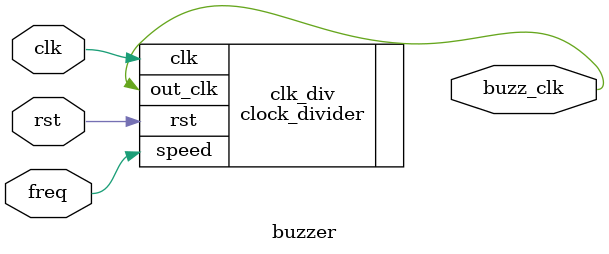
<source format=sv>
module buzzer(
	input logic clk,
	input logic freq,
	input logic rst,
	output logic buzz_clk
	);

	clock_divider clk_div(.clk(clk), .speed(freq), .rst(rst), .out_clk(buzz_clk));
	
endmodule
</source>
